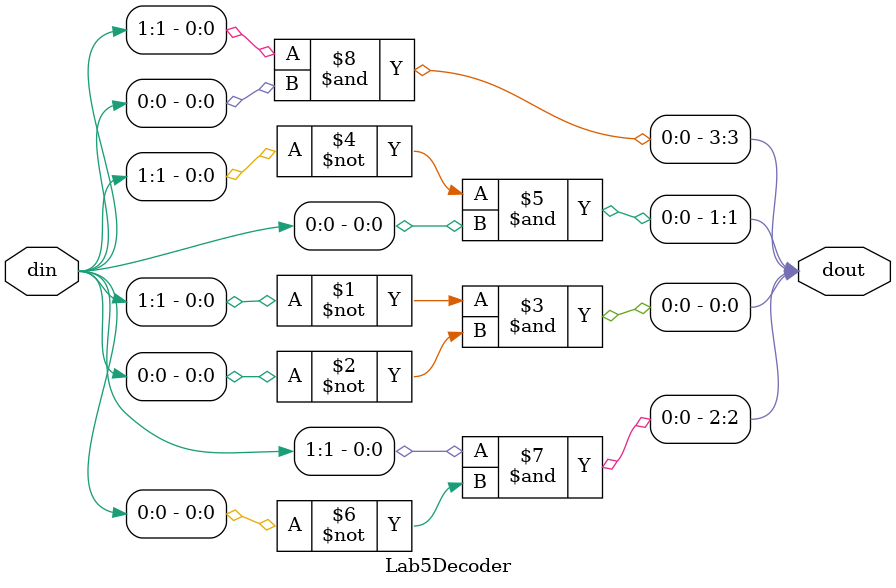
<source format=v>
module Lab5Decoder (din, dout);

input [1:0] din;
output [3:0] dout;

assign dout[0] = ~din[1] & ~din[0]; //00
assign dout[1] = ~din[1] & din[0]; //01
assign dout[2] = din[1] & ~din[0]; //10
assign dout[3] = din[1] & din[0]; // 11

endmodule
</source>
